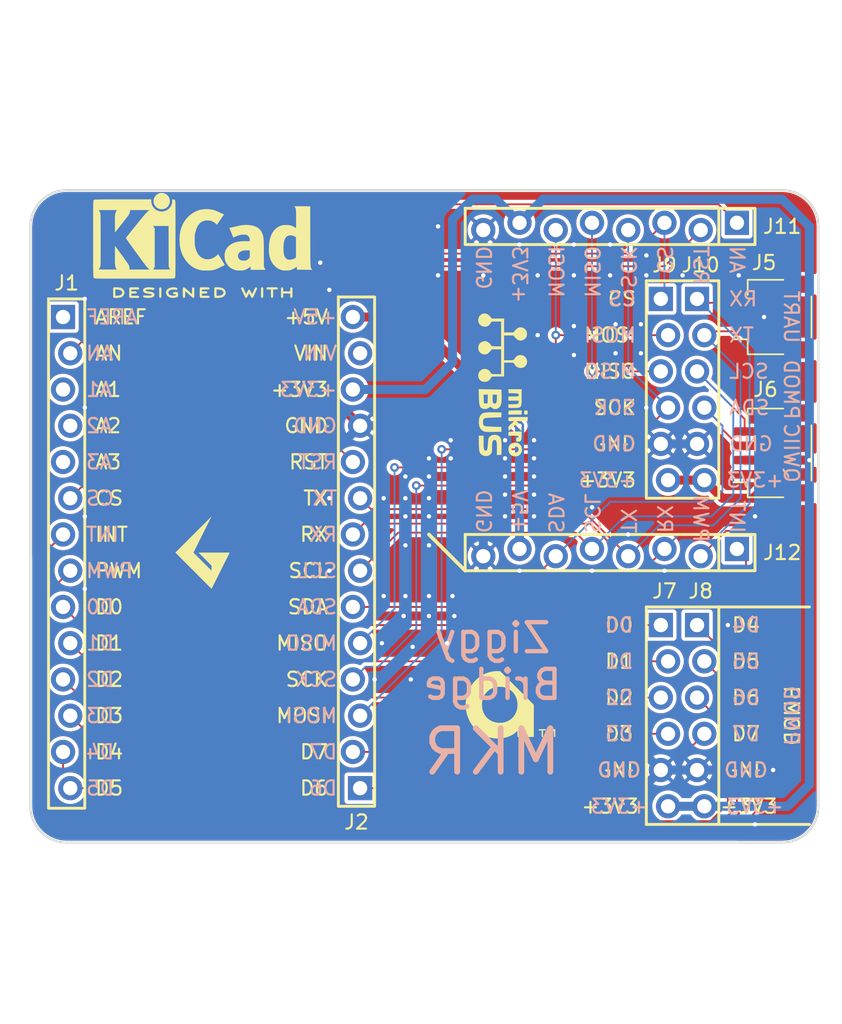
<source format=kicad_pcb>
(kicad_pcb (version 20241229) (generator "pcbnew") (generator_version "9.0")
  (title_block (title "MKR Shield") (date "2018-07-31") (rev "0.1") (company "Electronic Cats"))
  (layers (0 "F.Cu" signal "Top") (4 "In1.Cu" signal "LFSignals") (6 "In2.Cu" signal "POWER") (2 "B.Cu" signal "Bottom") (13 "F.Paste" user) (15 "B.Paste" user) (5 "F.SilkS" user "F.Silkscreen") (7 "B.SilkS" user "B.Silkscreen") (1 "F.Mask" user) (3 "B.Mask" user) (25 "Edge.Cuts" user))
  (net 0 "")
  (net 1 "GND")
  (net 2 "/A2")
  (net 3 "/CS")
  (net 4 "/D4")
  (net 5 "/A3")
  (net 6 "/AREF")
  (net 7 "/D2")
  (net 8 "/D3")
  (net 9 "/A1")
  (net 10 "/D5")
  (net 11 "/INT")
  (net 12 "/D0")
  (net 13 "/AN")
  (net 14 "/D1")
  (net 15 "/PWM")
  (net 16 "+5V")
  (net 17 "/MISO")
  (net 18 "/SCK")
  (net 19 "/SCL")
  (net 20 "/MOSI")
  (net 21 "/D7")
  (net 22 "/SDA")
  (net 23 "/D6")
  (net 24 "/RX")
  (net 25 "/VIN")
  (net 26 "+3V3")
  (net 27 "/TX")
  (net 28 "/RST")
  (footprint "custom:PinHeader_1x14_P2.54mm_Staggered" (layer "F.Cu") (at 129.54 97.79)
    (property "Reference" "J1" (at 0 -2.38 0) (layer "F.SilkS"))
    (property "Value" "Conn_01x14")
    (pad "1" thru_hole rect (at -0.254 0) (size 1.7 1.7) (drill 1) (layers "*.Cu" "*.Mask") (net 6 "/AREF"))
    (pad "2" thru_hole circle (at 0.254 2.54) (size 1.7 1.7) (drill 1) (layers "*.Cu" "*.Mask") (net 13 "/AN"))
    (pad "3" thru_hole circle (at -0.254 5.08) (size 1.7 1.7) (drill 1) (layers "*.Cu" "*.Mask") (net 9 "/A1"))
    (pad "4" thru_hole circle (at 0.254 7.62) (size 1.7 1.7) (drill 1) (layers "*.Cu" "*.Mask") (net 2 "/A2"))
    (pad "5" thru_hole circle (at -0.254 10.16) (size 1.7 1.7) (drill 1) (layers "*.Cu" "*.Mask") (net 5 "/A3"))
    (pad "6" thru_hole circle (at 0.254 12.7) (size 1.7 1.7) (drill 1) (layers "*.Cu" "*.Mask") (net 3 "/CS"))
    (pad "7" thru_hole circle (at -0.254 15.24) (size 1.7 1.7) (drill 1) (layers "*.Cu" "*.Mask") (net 11 "/INT"))
    (pad "8" thru_hole circle (at 0.254 17.78) (size 1.7 1.7) (drill 1) (layers "*.Cu" "*.Mask") (net 15 "/PWM"))
    (pad "9" thru_hole circle (at -0.254 20.32) (size 1.7 1.7) (drill 1) (layers "*.Cu" "*.Mask") (net 12 "/D0"))
    (pad "10" thru_hole circle (at 0.254 22.86) (size 1.7 1.7) (drill 1) (layers "*.Cu" "*.Mask") (net 14 "/D1"))
    (pad "11" thru_hole circle (at -0.254 25.4) (size 1.7 1.7) (drill 1) (layers "*.Cu" "*.Mask") (net 7 "/D2"))
    (pad "12" thru_hole circle (at 0.254 27.94) (size 1.7 1.7) (drill 1) (layers "*.Cu" "*.Mask") (net 8 "/D3"))
    (pad "13" thru_hole circle (at -0.254 30.48) (size 1.7 1.7) (drill 1) (layers "*.Cu" "*.Mask") (net 4 "/D4"))
    (pad "14" thru_hole circle (at 0.254 33.02) (size 1.7 1.7) (drill 1) (layers "*.Cu" "*.Mask") (net 10 "/D5"))
  )
  (footprint "custom:PinHeader_1x14_P2.54mm_Staggered" (layer "F.Cu") (at 149.86 130.81 180)
    (property "Reference" "J2" (at 0 -2.38 180) (layer "F.SilkS"))
    (property "Value" "Conn_01x14")
    (pad "1" thru_hole rect (at -0.254 0 180) (size 1.7 1.7) (drill 1) (layers "*.Cu" "*.Mask") (net 23 "/D6"))
    (pad "2" thru_hole circle (at 0.254 2.54 180) (size 1.7 1.7) (drill 1) (layers "*.Cu" "*.Mask") (net 21 "/D7"))
    (pad "3" thru_hole circle (at -0.254 5.08 180) (size 1.7 1.7) (drill 1) (layers "*.Cu" "*.Mask") (net 20 "/MOSI"))
    (pad "4" thru_hole circle (at 0.254 7.62 180) (size 1.7 1.7) (drill 1) (layers "*.Cu" "*.Mask") (net 18 "/SCK"))
    (pad "5" thru_hole circle (at -0.254 10.16 180) (size 1.7 1.7) (drill 1) (layers "*.Cu" "*.Mask") (net 17 "/MISO"))
    (pad "6" thru_hole circle (at 0.254 12.7 180) (size 1.7 1.7) (drill 1) (layers "*.Cu" "*.Mask") (net 22 "/SDA"))
    (pad "7" thru_hole circle (at -0.254 15.24 180) (size 1.7 1.7) (drill 1) (layers "*.Cu" "*.Mask") (net 19 "/SCL"))
    (pad "8" thru_hole circle (at 0.254 17.78 180) (size 1.7 1.7) (drill 1) (layers "*.Cu" "*.Mask") (net 24 "/RX"))
    (pad "9" thru_hole circle (at -0.254 20.32 180) (size 1.7 1.7) (drill 1) (layers "*.Cu" "*.Mask") (net 27 "/TX"))
    (pad "10" thru_hole circle (at 0.254 22.86 180) (size 1.7 1.7) (drill 1) (layers "*.Cu" "*.Mask") (net 28 "/RST"))
    (pad "11" thru_hole circle (at -0.254 25.4 180) (size 1.7 1.7) (drill 1) (layers "*.Cu" "*.Mask") (net 1 "GND"))
    (pad "12" thru_hole circle (at 0.254 27.94 180) (size 1.7 1.7) (drill 1) (layers "*.Cu" "*.Mask") (net 26 "+3V3"))
    (pad "13" thru_hole circle (at -0.254 30.48 180) (size 1.7 1.7) (drill 1) (layers "*.Cu" "*.Mask") (net 25 "/VIN"))
    (pad "14" thru_hole circle (at 0.254 33.02 180) (size 1.7 1.7) (drill 1) (layers "*.Cu" "*.Mask") (net 16 "+5V"))
  )
  (footprint "Symbol:KiCad-Logo2_6mm_SilkScreen" (layer "F.Cu") (at 139.065 92.075)
    (property "Reference" "REF**" (hide yes))
    (property "Value" "KiCad-Logo2_6mm_SilkScreen" (hide yes))
  )
  (footprint "custom:PinHeader_1x06_P2.54mm_Staggered" (layer "F.Cu") (at 173.99 96.52)
    (property "Reference" "J10" (at 0 -2.38 0) (layer "F.SilkS"))
    (property "Value" "Conn_01x06")
    (pad "1" thru_hole rect (at -0.254 0) (size 1.7 1.7) (drill 1) (layers "*.Cu" "*.Mask") (net 24 "/RX"))
    (pad "2" thru_hole circle (at 0.254 2.54) (size 1.7 1.7) (drill 1) (layers "*.Cu" "*.Mask") (net 27 "/TX"))
    (pad "3" thru_hole circle (at -0.254 5.08) (size 1.7 1.7) (drill 1) (layers "*.Cu" "*.Mask") (net 19 "/SCL"))
    (pad "4" thru_hole circle (at 0.254 7.62) (size 1.7 1.7) (drill 1) (layers "*.Cu" "*.Mask") (net 22 "/SDA"))
    (pad "5" thru_hole circle (at -0.254 10.16) (size 1.7 1.7) (drill 1) (layers "*.Cu" "*.Mask") (net 1 "GND"))
    (pad "6" thru_hole circle (at 0.254 12.7) (size 1.7 1.7) (drill 1) (layers "*.Cu" "*.Mask") (net 26 "+3V3"))
  )
  (footprint "Connector_JST:JST_SH_SM03B-SRSS-TB_1x03-1MP_P1.00mm_Horizontal" (layer "F.Cu") (at 179.07 97.79 90)
    (property "Reference" "J5" (at 3.81 -0.635 180) (layer "F.SilkS"))
    (property "Value" "Conn_01x03")
    (pad "1" smd roundrect (at -1 -2 90) (size 0.6 1.55) (layers "F.Cu" "F.Mask" "F.Paste") (net 27 "/TX"))
    (pad "2" smd roundrect (at 0 -2 90) (size 0.6 1.55) (layers "F.Cu" "F.Mask" "F.Paste") (net 1 "GND"))
    (pad "3" smd roundrect (at 1 -2 90) (size 0.6 1.55) (layers "F.Cu" "F.Mask" "F.Paste") (net 24 "/RX"))
    (pad "MP" smd roundrect (at -2.3 1.875 90) (size 1.2 1.8) (layers "F.Cu" "F.Mask" "F.Paste") (roundrect_rratio 0.208333))
    (pad "MP" smd roundrect (at 2.3 1.875 90) (size 1.2 1.8) (layers "F.Cu" "F.Mask" "F.Paste") (roundrect_rratio 0.208333))
  )
  (footprint "custom:mikrobus_logo" (layer "F.Cu") (at 160.02 102.87 -90)
    (property "Reference" "G***" (hide yes))
    (property "Value" "LOGO" (hide yes))
  )
  (footprint "custom:PinHeader_1x08_P2.54mm_Staggered" (layer "F.Cu") (at 176.53 91.44 -90)
    (property "Reference" "J11" (at 0 -3.175 0) (layer "F.SilkS"))
    (property "Value" "Conn_01x08")
    (pad "1" thru_hole rect (at -0.254 0 270) (size 1.7 1.7) (drill 1) (layers "*.Cu" "*.Mask") (net 13 "/AN"))
    (pad "2" thru_hole circle (at 0.254 2.54 270) (size 1.7 1.7) (drill 1) (layers "*.Cu" "*.Mask") (net 28 "/RST"))
    (pad "3" thru_hole circle (at -0.254 5.08 270) (size 1.7 1.7) (drill 1) (layers "*.Cu" "*.Mask") (net 3 "/CS"))
    (pad "4" thru_hole circle (at 0.254 7.62 270) (size 1.7 1.7) (drill 1) (layers "*.Cu" "*.Mask") (net 18 "/SCK"))
    (pad "5" thru_hole circle (at -0.254 10.16 270) (size 1.7 1.7) (drill 1) (layers "*.Cu" "*.Mask") (net 17 "/MISO"))
    (pad "6" thru_hole circle (at 0.254 12.7 270) (size 1.7 1.7) (drill 1) (layers "*.Cu" "*.Mask") (net 20 "/MOSI"))
    (pad "7" thru_hole circle (at -0.254 15.24 270) (size 1.7 1.7) (drill 1) (layers "*.Cu" "*.Mask") (net 26 "+3V3"))
    (pad "8" thru_hole circle (at 0.254 17.78 270) (size 1.7 1.7) (drill 1) (layers "*.Cu" "*.Mask") (net 1 "GND"))
  )
  (footprint "custom:PinHeader_1x06_P2.54mm_Staggered" (layer "F.Cu") (at 173.99 119.38)
    (property "Reference" "J8" (at 0 -2.38 0) (layer "F.SilkS"))
    (property "Value" "Conn_01x06")
    (pad "1" thru_hole rect (at -0.254 0) (size 1.7 1.7) (drill 1) (layers "*.Cu" "*.Mask") (net 4 "/D4"))
    (pad "2" thru_hole circle (at 0.254 2.54) (size 1.7 1.7) (drill 1) (layers "*.Cu" "*.Mask") (net 10 "/D5"))
    (pad "3" thru_hole circle (at -0.254 5.08) (size 1.7 1.7) (drill 1) (layers "*.Cu" "*.Mask") (net 23 "/D6"))
    (pad "4" thru_hole circle (at 0.254 7.62) (size 1.7 1.7) (drill 1) (layers "*.Cu" "*.Mask") (net 21 "/D7"))
    (pad "5" thru_hole circle (at -0.254 10.16) (size 1.7 1.7) (drill 1) (layers "*.Cu" "*.Mask") (net 1 "GND"))
    (pad "6" thru_hole circle (at 0.254 12.7) (size 1.7 1.7) (drill 1) (layers "*.Cu" "*.Mask") (net 26 "+3V3"))
  )
  (footprint "custom:a-logo" (layer "F.Cu") (at 160.655 124.968)
    (property "Reference" "G***" (hide yes))
    (property "Value" "LOGO" (hide yes))
    (pad "1" smd rect (at 1.065 -1.725) (size 1.146 1.146) (layers "F.Cu" "F.Mask") (net 1 "GND"))
  )
  (footprint "custom:PinHeader_1x06_P2.54mm_Staggered" (layer "F.Cu") (at 171.45 119.38)
    (property "Reference" "J7" (at 0 -2.38 0) (layer "F.SilkS"))
    (property "Value" "Conn_01x06")
    (pad "1" thru_hole rect (at -0.254 0) (size 1.7 1.7) (drill 1) (layers "*.Cu" "*.Mask") (net 12 "/D0"))
    (pad "2" thru_hole circle (at 0.254 2.54) (size 1.7 1.7) (drill 1) (layers "*.Cu" "*.Mask") (net 14 "/D1"))
    (pad "3" thru_hole circle (at -0.254 5.08) (size 1.7 1.7) (drill 1) (layers "*.Cu" "*.Mask") (net 7 "/D2"))
    (pad "4" thru_hole circle (at 0.254 7.62) (size 1.7 1.7) (drill 1) (layers "*.Cu" "*.Mask") (net 8 "/D3"))
    (pad "5" thru_hole circle (at -0.254 10.16) (size 1.7 1.7) (drill 1) (layers "*.Cu" "*.Mask") (net 1 "GND"))
    (pad "6" thru_hole circle (at 0.254 12.7) (size 1.7 1.7) (drill 1) (layers "*.Cu" "*.Mask") (net 26 "+3V3"))
  )
  (footprint "custom:PinHeader_1x08_P2.54mm_Staggered" (layer "F.Cu") (at 176.53 114.3 -90)
    (property "Reference" "J12" (at 0 -3.175 0) (layer "F.SilkS"))
    (property "Value" "Conn_01x08")
    (pad "1" thru_hole rect (at -0.254 0 270) (size 1.7 1.7) (drill 1) (layers "*.Cu" "*.Mask") (net 15 "/PWM"))
    (pad "2" thru_hole circle (at 0.254 2.54 270) (size 1.7 1.7) (drill 1) (layers "*.Cu" "*.Mask") (net 11 "/INT"))
    (pad "3" thru_hole circle (at -0.254 5.08 270) (size 1.7 1.7) (drill 1) (layers "*.Cu" "*.Mask") (net 24 "/RX"))
    (pad "4" thru_hole circle (at 0.254 7.62 270) (size 1.7 1.7) (drill 1) (layers "*.Cu" "*.Mask") (net 27 "/TX"))
    (pad "5" thru_hole circle (at -0.254 10.16 270) (size 1.7 1.7) (drill 1) (layers "*.Cu" "*.Mask") (net 19 "/SCL"))
    (pad "6" thru_hole circle (at 0.254 12.7 270) (size 1.7 1.7) (drill 1) (layers "*.Cu" "*.Mask") (net 22 "/SDA"))
    (pad "7" thru_hole circle (at -0.254 15.24 270) (size 1.7 1.7) (drill 1) (layers "*.Cu" "*.Mask") (net 16 "+5V"))
    (pad "8" thru_hole circle (at 0.254 17.78 270) (size 1.7 1.7) (drill 1) (layers "*.Cu" "*.Mask") (net 1 "GND"))
  )
  (footprint "custom:PinHeader_1x06_P2.54mm_Staggered" (layer "F.Cu") (at 171.45 96.52)
    (property "Reference" "J9" (at 0 -2.38 0) (layer "F.SilkS"))
    (property "Value" "Conn_01x06")
    (pad "1" thru_hole rect (at -0.254 0) (size 1.7 1.7) (drill 1) (layers "*.Cu" "*.Mask") (net 3 "/CS"))
    (pad "2" thru_hole circle (at 0.254 2.54) (size 1.7 1.7) (drill 1) (layers "*.Cu" "*.Mask") (net 20 "/MOSI"))
    (pad "3" thru_hole circle (at -0.254 5.08) (size 1.7 1.7) (drill 1) (layers "*.Cu" "*.Mask") (net 17 "/MISO"))
    (pad "4" thru_hole circle (at 0.254 7.62) (size 1.7 1.7) (drill 1) (layers "*.Cu" "*.Mask") (net 18 "/SCK"))
    (pad "5" thru_hole circle (at -0.254 10.16) (size 1.7 1.7) (drill 1) (layers "*.Cu" "*.Mask") (net 1 "GND"))
    (pad "6" thru_hole circle (at 0.254 12.7) (size 1.7 1.7) (drill 1) (layers "*.Cu" "*.Mask") (net 26 "+3V3"))
  )
  (footprint "Connector_JST:JST_SH_SM04B-SRSS-TB_1x04-1MP_P1.00mm_Horizontal" (layer "F.Cu") (at 179.07 107.315 90)
    (property "Reference" "J6" (at 4.445 -0.535 180) (layer "F.SilkS"))
    (property "Value" "Conn_01x04")
    (pad "1" smd roundrect (at -1.5 -2 90) (size 0.6 1.55) (layers "F.Cu" "F.Mask" "F.Paste") (net 1 "GND"))
    (pad "2" smd roundrect (at -0.5 -2 90) (size 0.6 1.55) (layers "F.Cu" "F.Mask" "F.Paste") (net 26 "+3V3"))
    (pad "3" smd roundrect (at 0.5 -2 90) (size 0.6 1.55) (layers "F.Cu" "F.Mask" "F.Paste") (net 22 "/SDA"))
    (pad "4" smd roundrect (at 1.5 -2 90) (size 0.6 1.55) (layers "F.Cu" "F.Mask" "F.Paste") (net 19 "/SCL"))
    (pad "MP" smd roundrect (at -2.8 1.875 90) (size 1.2 1.8) (layers "F.Cu" "F.Mask" "F.Paste") (roundrect_rratio 0.208333))
    (pad "MP" smd roundrect (at 2.8 1.875 90) (size 1.2 1.8) (layers "F.Cu" "F.Mask" "F.Paste") (roundrect_rratio 0.208333))
  )
  (footprint "custom:gs_logo_200mil" (layer "F.Cu") (at 139.7 114.3)
    (property "Reference" "GS1" (hide yes))
    (property "Value" "GS_logo" (hide yes))
    (pad "1" smd custom (at 0 0) (size 5.08 5.08) (layers "F.Cu") (options (clearance outline) (anchor circle)) (primitives))
  )
  (gr_rect (start 157.48 90.17) (end 177.8 92.71) (stroke (width 0.2032)) (fill no) (layer "F.SilkS"))
  (gr_line (start 170.18 110.49) (end 175.26 110.49) (stroke (width 0.2032)) (layer "F.SilkS"))
  (gr_line (start 170.18 110.49) (end 170.18 95.25) (stroke (width 0.2032)) (layer "F.SilkS"))
  (gr_line (start 170.18 118.11) (end 175.26 118.11) (stroke (width 0.2032)) (layer "F.SilkS"))
  (gr_line (start 175.26 90.17) (end 175.26 92.71) (stroke (width 0.2032)) (layer "F.SilkS"))
  (gr_line (start 175.26 118.11) (end 181.61 118.11) (stroke (width 0.2032)) (layer "F.SilkS"))
  (gr_line (start 175.26 133.35) (end 181.61 133.35) (stroke (width 0.2032)) (layer "F.SilkS"))
  (gr_line (start 175.26 113.03) (end 175.26 115.57) (stroke (width 0.2032)) (layer "F.SilkS"))
  (gr_rect (start 128.27 96.52) (end 130.81 132.216417) (stroke (width 0.2032)) (fill no) (layer "F.SilkS"))
  (gr_line (start 170.18 133.35) (end 170.18 118.11) (stroke (width 0.2032)) (layer "F.SilkS"))
  (gr_line (start 157.48 115.57) (end 154.94 113.03) (stroke (width 0.254)) (layer "F.SilkS"))
  (gr_line (start 170.18 95.25) (end 175.26 95.25) (stroke (width 0.2032)) (layer "F.SilkS"))
  (gr_rect (start 157.48 113.03) (end 177.8 115.57) (stroke (width 0.2032)) (fill no) (layer "F.SilkS"))
  (gr_line (start 175.26 133.35) (end 170.18 133.35) (stroke (width 0.2032)) (layer "F.SilkS"))
  (gr_line (start 175.26 118.11) (end 175.26 133.35) (stroke (width 0.2032)) (layer "F.SilkS"))
  (gr_line (start 175.26 95.25) (end 175.26 110.49) (stroke (width 0.2032)) (layer "F.SilkS"))
  (gr_rect (start 148.59 96.383583) (end 151.13 132.08) (stroke (width 0.2032)) (fill no) (layer "F.SilkS"))
  (gr_line (start 129.54 88.9) (end 179.705 88.9) (stroke (width 0.15)) (layer "Edge.Cuts"))
  (gr_arc (start 129.54 134.62) (mid 127.743949 133.876051) (end 127 132.08) (stroke (width 0.15)) (layer "Edge.Cuts"))
  (gr_line (start 179.705 134.62) (end 129.54 134.62) (stroke (width 0.15)) (layer "Edge.Cuts"))
  (gr_arc (start 127 91.44) (mid 127.743949 89.643949) (end 129.54 88.9) (stroke (width 0.15)) (layer "Edge.Cuts"))
  (gr_line (start 127 132.08) (end 127 91.44) (stroke (width 0.15)) (layer "Edge.Cuts"))
  (gr_line (start 182.245 91.44) (end 182.245 132.08) (stroke (width 0.15)) (layer "Edge.Cuts"))
  (gr_arc (start 179.705 88.9) (mid 181.501051 89.643949) (end 182.245 91.44) (stroke (width 0.15)) (layer "Edge.Cuts"))
  (gr_arc (start 182.245 132.08) (mid 181.501051 133.876051) (end 179.705 134.62) (stroke (width 0.15)) (layer "Edge.Cuts"))
  (gr_text "MOSI" (at 147.955 125.73 0) (layer "F.SilkS") (effects (font (size 1 1)) (justify right)))
  (gr_text "GND" (at 169.545 106.68 0) (layer "F.SilkS") (effects (font (size 1 1)) (justify right)))
  (gr_text "D0" (at 131.445 118.11 0) (layer "F.SilkS") (effects (font (size 1 1)) (justify left)))
  (gr_text "D1" (at 131.445 120.65 0) (layer "F.SilkS") (effects (font (size 1 1)) (justify left)))
  (gr_text "RST" (at 147.955 107.95 0) (layer "F.SilkS") (effects (font (size 1 1)) (justify right)))
  (gr_text "+3V3" (at 147.955 102.87 0) (layer "F.SilkS") (effects (font (size 1 1)) (justify right)))
  (gr_text "PWM" (at 131.445 115.57 0) (layer "F.SilkS") (effects (font (size 1 1)) (justify left)))
  (gr_text "AREF" (at 131.445 97.79 0) (layer "F.SilkS") (effects (font (size 1 1)) (justify left)))
  (gr_text "D7" (at 177.165 127 0) (layer "F.SilkS") (effects (font (size 1 1))))
  (gr_text "D2" (at 131.445 123.19 0) (layer "F.SilkS") (effects (font (size 1 1)) (justify left)))
  (gr_text "+5V" (at 147.955 97.79 0) (layer "F.SilkS") (effects (font (size 1 1)) (justify right)))
  (gr_text "D2" (at 168.275 124.46 0) (layer "F.SilkS") (effects (font (size 1 1))))
  (gr_text "A2" (at 131.445 105.41 0) (layer "F.SilkS") (effects (font (size 1 1)) (justify left)))
  (gr_text "MISO" (at 147.955 120.65 0) (layer "F.SilkS") (effects (font (size 1 1)) (justify right)))
  (gr_text "SCK" (at 169.545 104.14 0) (layer "F.SilkS") (effects (font (size 1 1)) (justify right)))
  (gr_text "SCL" (at 147.955 115.57 0) (layer "F.SilkS") (effects (font (size 1 1)) (justify right)))
  (gr_text "CS" (at 169.545 96.52 0) (layer "F.SilkS") (effects (font (size 1 1)) (justify right)))
  (gr_text "GND" (at 168.275 129.54 0) (layer "F.SilkS") (effects (font (size 1 1))))
  (gr_text "D6" (at 177.165 124.46 0) (layer "F.SilkS") (effects (font (size 1 1))))
  (gr_text "VIN" (at 147.955 100.33 0) (layer "F.SilkS") (effects (font (size 1 1)) (justify right)))
  (gr_text "PMOD" (at 180.34 125.73 -90) (layer "F.SilkS") (effects (font (size 1 1))))
  (gr_text "D0" (at 168.275 119.38 0) (layer "F.SilkS") (effects (font (size 1 1))))
  (gr_text "GND" (at 177.165 129.54 0) (layer "F.SilkS") (effects (font (size 1 1))))
  (gr_text "RX" (at 147.955 113.03 0) (layer "F.SilkS") (effects (font (size 1 1)) (justify right)))
  (gr_text "INT" (at 131.445 113.03 0) (layer "F.SilkS") (effects (font (size 1 1)) (justify left)))
  (gr_text "+3V3" (at 175.26 132.08 0) (layer "F.SilkS") (effects (font (size 1 1)) (justify left)))
  (gr_text "D5" (at 131.445 130.81 0) (layer "F.SilkS") (effects (font (size 1 1)) (justify left)))
  (gr_text "D5" (at 177.165 121.92 0) (layer "F.SilkS") (effects (font (size 1 1))))
  (gr_text "MOSI" (at 169.545 99.06 0) (layer "F.SilkS") (effects (font (size 1 1)) (justify right)))
  (gr_text "D4" (at 177.165 119.38 0) (layer "F.SilkS") (effects (font (size 1 1))))
  (gr_text "D4" (at 131.445 128.27 0) (layer "F.SilkS") (effects (font (size 1 1)) (justify left)))
  (gr_text "D6" (at 147.955 130.81 0) (layer "F.SilkS") (effects (font (size 1 1)) (justify right)))
  (gr_text "CS" (at 131.445 110.49 0) (layer "F.SilkS") (effects (font (size 1 1)) (justify left)))
  (gr_text "D3" (at 168.275 127 0) (layer "F.SilkS") (effects (font (size 1 1))))
  (gr_text "D7" (at 147.955 128.27 0) (layer "F.SilkS") (effects (font (size 1 1)) (justify right)))
  (gr_text "+3V3" (at 169.545 109.22 0) (layer "F.SilkS") (effects (font (size 1 1)) (justify right)))
  (gr_text "SDA" (at 147.955 118.11 0) (layer "F.SilkS") (effects (font (size 1 1)) (justify right)))
  (gr_text "A1" (at 131.445 102.87 0) (layer "F.SilkS") (effects (font (size 1 1)) (justify left)))
  (gr_text "MISO" (at 169.545 101.6 0) (layer "F.SilkS") (effects (font (size 1 1)) (justify right)))
  (gr_text "A3" (at 131.445 107.95 0) (layer "F.SilkS") (effects (font (size 1 1)) (justify left)))
  (gr_text "AN" (at 131.445 100.33 0) (layer "F.SilkS") (effects (font (size 1 1)) (justify left)))
  (gr_text "TX" (at 147.955 110.49 0) (layer "F.SilkS") (effects (font (size 1 1)) (justify right)))
  (gr_text "GND" (at 147.955 105.41 0) (layer "F.SilkS") (effects (font (size 1 1)) (justify right)))
  (gr_text "+3V3" (at 167.64 132.08 0) (layer "F.SilkS") (effects (font (size 1 1))))
  (gr_text "SCK" (at 147.955 123.19 0) (layer "F.SilkS") (effects (font (size 1 1)) (justify right)))
  (gr_text "D3" (at 131.445 125.73 0) (layer "F.SilkS") (effects (font (size 1 1)) (justify left)))
  (gr_text "D1" (at 168.275 121.92 0) (layer "F.SilkS") (effects (font (size 1 1))))
  (gr_text "RST" (at 173.99 92.71 270) (layer "B.SilkS") (effects (font (size 1 1)) (justify right mirror)))
  (gr_text "SCL" (at 166.37 113.03 270) (layer "B.SilkS") (effects (font (size 1 1)) (justify left mirror)))
  (gr_text "RX" (at 171.45 113.03 270) (layer "B.SilkS") (effects (font (size 1 1)) (justify left mirror)))
  (gr_text "MISO" (at 148.59 120.65 0) (layer "B.SilkS") (effects (font (size 1 1)) (justify left mirror)))
  (gr_text "+3V3" (at 177.8 109.22 0) (layer "B.SilkS") (effects (font (size 1 1)) (justify mirror)))
  (gr_text "PWM" (at 173.99 113.665 270) (layer "B.SilkS") (effects (font (size 1 1)) (justify left mirror)))
  (gr_text "GND" (at 169.545 106.68 0) (layer "B.SilkS") (effects (font (size 1 1)) (justify left mirror)))
  (gr_text "D5" (at 130.81 130.81 0) (layer "B.SilkS") (effects (font (size 1 1)) (justify right mirror)))
  (gr_text "GND" (at 168.275 129.54 0) (layer "B.SilkS") (effects (font (size 1 1)) (justify mirror)))
  (gr_text "INT" (at 176.53 113.03 270) (layer "B.SilkS") (effects (font (size 1 1)) (justify left mirror)))
  (gr_text "RX" (at 148.59 113.03 0) (layer "B.SilkS") (effects (font (size 1 1)) (justify left mirror)))
  (gr_text "+5V" (at 148.59 97.79 0) (layer "B.SilkS") (effects (font (size 1 1)) (justify left mirror)))
  (gr_text "MISO" (at 169.545 101.6 0) (layer "B.SilkS") (effects (font (size 1 1)) (justify left mirror)))
  (gr_text "A2" (at 130.81 105.41 0) (layer "B.SilkS") (effects (font (size 1 1)) (justify right mirror)))
  (gr_text "SCL" (at 148.59 115.57 0) (layer "B.SilkS") (effects (font (size 1 1)) (justify left mirror)))
  (gr_text "RX" (at 175.895 96.52 0) (layer "B.SilkS") (effects (font (size 1 1)) (justify right mirror)))
  (gr_text "VIN" (at 148.59 100.33 0) (layer "B.SilkS") (effects (font (size 1 1)) (justify left mirror)))
  (gr_text "A1" (at 130.81 102.87 0) (layer "B.SilkS") (effects (font (size 1 1)) (justify right mirror)))
  (gr_text "+5V" (at 161.29 113.03 270) (layer "B.SilkS") (effects (font (size 1 1)) (justify left mirror)))
  (gr_text "MKR" (at 159.385 128.27 0) (layer "B.SilkS") (effects (font (size 3.048 3.048) (thickness 0.4064) (bold yes)) (justify mirror)))
  (gr_text "D7" (at 148.59 128.27 0) (layer "B.SilkS") (effects (font (size 1 1)) (justify left mirror)))
  (gr_text "+3V3" (at 168.275 132.08 0) (layer "B.SilkS") (effects (font (size 1 1)) (justify mirror)))
  (gr_text "UART" (at 180.34 97.79 270) (layer "B.SilkS") (effects (font (size 1 1)) (justify mirror)))
  (gr_text "D4" (at 177.165 119.38 0) (layer "B.SilkS") (effects (font (size 1 1)) (justify mirror)))
  (gr_text "GND" (at 175.895 106.68 0) (layer "B.SilkS") (effects (font (size 1 1)) (justify right mirror)))
  (gr_text "D3" (at 168.275 127 0) (layer "B.SilkS") (effects (font (size 1 1)) (justify mirror)))
  (gr_text "PMOD" (at 180.34 102.87 270) (layer "B.SilkS") (effects (font (size 1 1)) (justify mirror)))
  (gr_text "SCL" (at 175.895 101.6 0) (layer "B.SilkS") (effects (font (size 1 1)) (justify right mirror)))
  (gr_text "AN" (at 176.53 92.71 270) (layer "B.SilkS") (effects (font (size 1 1)) (justify right mirror)))
  (gr_text "TX" (at 168.91 113.03 270) (layer "B.SilkS") (effects (font (size 1 1)) (justify left mirror)))
  (gr_text "D0" (at 130.81 118.11 0) (layer "B.SilkS") (effects (font (size 1 1)) (justify right mirror)))
  (gr_text "CS" (at 171.45 92.71 270) (layer "B.SilkS") (effects (font (size 1 1)) (justify right mirror)))
  (gr_text "D6" (at 177.165 124.46 0) (layer "B.SilkS") (effects (font (size 1 1)) (justify mirror)))
  (gr_text "A3" (at 130.81 107.95 0) (layer "B.SilkS") (effects (font (size 1 1)) (justify right mirror)))
  (gr_text "D1" (at 168.275 121.92 0) (layer "B.SilkS") (effects (font (size 1 1)) (justify mirror)))
  (gr_text "CS" (at 130.81 110.49 0) (layer "B.SilkS") (effects (font (size 1 1)) (justify right mirror)))
  (gr_text "GND" (at 177.165 129.54 0) (layer "B.SilkS") (effects (font (size 1 1)) (justify mirror)))
  (gr_text "+3V3" (at 177.8 132.08 0) (layer "B.SilkS") (effects (font (size 1 1)) (justify mirror)))
  (gr_text "D4" (at 130.81 128.27 0) (layer "B.SilkS") (effects (font (size 1 1)) (justify right mirror)))
  (gr_text "PMOD" (at 180.34 125.73 270) (layer "B.SilkS") (effects (font (size 1 1)) (justify mirror)))
  (gr_text "D7" (at 177.165 127 0) (layer "B.SilkS") (effects (font (size 1 1)) (justify mirror)))
  (gr_text "PWM" (at 130.81 115.57 0) (layer "B.SilkS") (effects (font (size 1 1)) (justify right mirror)))
  (gr_text "GND" (at 148.59 105.41 0) (layer "B.SilkS") (effects (font (size 1 1)) (justify left mirror)))
  (gr_text "RST" (at 148.59 107.95 0) (layer "B.SilkS") (effects (font (size 1 1)) (justify left mirror)))
  (gr_text "D2" (at 130.81 123.19 0) (layer "B.SilkS") (effects (font (size 1 1)) (justify right mirror)))
  (gr_text "AREF" (at 130.81 97.79 0) (layer "B.SilkS") (effects (font (size 1 1)) (justify right mirror)))
  (gr_text "MISO" (at 166.37 92.71 270) (layer "B.SilkS") (effects (font (size 1 1)) (justify right mirror)))
  (gr_text "SDA" (at 148.59 118.11 0) (layer "B.SilkS") (effects (font (size 1 1)) (justify left mirror)))
  (gr_text "SCK" (at 148.59 123.19 0) (layer "B.SilkS") (effects (font (size 1 1)) (justify left mirror)))
  (gr_text "D0" (at 168.275 119.38 0) (layer "B.SilkS") (effects (font (size 1 1)) (justify mirror)))
  (gr_text "TX" (at 148.59 110.49 0) (layer "B.SilkS") (effects (font (size 1 1)) (justify left mirror)))
  (gr_text "GND" (at 158.75 113.03 270) (layer "B.SilkS") (effects (font (size 1 1)) (justify left mirror)))
  (gr_text "SCK" (at 169.545 104.14 0) (layer "B.SilkS") (effects (font (size 1 1)) (justify left mirror)))
  (gr_text "D3" (at 130.81 125.73 0) (layer "B.SilkS") (effects (font (size 1 1)) (justify right mirror)))
  (gr_text "D2" (at 168.275 124.46 0) (layer "B.SilkS") (effects (font (size 1 1)) (justify mirror)))
  (gr_text "+3V3" (at 148.59 102.87 0) (layer "B.SilkS") (effects (font (size 1 1)) (justify left mirror)))
  (gr_text "MOSI" (at 169.545 99.06 0) (layer "B.SilkS") (effects (font (size 1 1)) (justify left mirror)))
  (gr_text "INT" (at 130.81 113.03 0) (layer "B.SilkS") (effects (font (size 1 1)) (justify right mirror)))
  (gr_text "+3V3" (at 169.545 109.22 0) (layer "B.SilkS") (effects (font (size 1 1)) (justify left mirror)))
  (gr_text "CS" (at 169.545 96.52 0) (layer "B.SilkS") (effects (font (size 1 1)) (justify left mirror)))
  (gr_text "SDA" (at 175.895 104.14 0) (layer "B.SilkS") (effects (font (size 1 1)) (justify right mirror)))
  (gr_text "SDA" (at 163.83 113.03 270) (layer "B.SilkS") (effects (font (size 1 1)) (justify left mirror)))
  (gr_text "Ziggy\nBridge" (at 159.385 121.92 0) (layer "B.SilkS") (effects (font (size 2.032 2.032) (thickness 0.3048)) (justify mirror)))
  (gr_text "AN" (at 130.81 100.33 0) (layer "B.SilkS") (effects (font (size 1 1)) (justify right mirror)))
  (gr_text "TX" (at 175.895 99.06 0) (layer "B.SilkS") (effects (font (size 1 1)) (justify right mirror)))
  (gr_text "MOSI" (at 163.83 92.71 270) (layer "B.SilkS") (effects (font (size 1 1)) (justify right mirror)))
  (gr_text "+3V3" (at 161.29 92.71 270) (layer "B.SilkS") (effects (font (size 1 1)) (justify right mirror)))
  (gr_text "D1" (at 130.81 120.65 0) (layer "B.SilkS") (effects (font (size 1 1)) (justify right mirror)))
  (gr_text "D6" (at 148.59 130.81 0) (layer "B.SilkS") (effects (font (size 1 1)) (justify left mirror)))
  (gr_text "GND" (at 158.75 92.71 270) (layer "B.SilkS") (effects (font (size 1 1)) (justify right mirror)))
  (gr_text "QWIIC" (at 180.34 107.315 270) (layer "B.SilkS") (effects (font (size 1 1)) (justify mirror)))
  (gr_text "MOSI" (at 148.59 125.73 0) (layer "B.SilkS") (effects (font (size 1 1)) (justify left mirror)))
  (gr_text "SCK" (at 168.91 92.71 270) (layer "B.SilkS") (effects (font (size 1 1)) (justify right mirror)))
  (gr_text "D5" (at 177.165 121.92 0) (layer "B.SilkS") (effects (font (size 1 1)) (justify mirror)))
  (segment (start 172.72 94.869) (end 176.657 94.869) (width 0.635) (layer "F.Cu") (net 1))
  (segment (start 178.435 97.79) (end 177.07 97.79) (width 0.635) (layer "F.Cu") (net 1))
  (segment (start 179.07 132.08) (end 177.8 133.35) (width 0.635) (layer "F.Cu") (net 1))
  (segment (start 177.07 97.79) (end 173.716647 97.79) (width 0.254) (layer "F.Cu") (net 1))
  (segment (start 162.56 94.869) (end 165.1 94.869) (width 0.635) (layer "F.Cu") (net 1))
  (segment (start 179.07 129.54) (end 179.07 132.08) (width 0.635) (layer "F.Cu") (net 1))
  (segment (start 172.974 100.076) (end 172.466 100.584) (width 0.254) (layer "F.Cu") (net 1))
  (segment (start 172.466 102.616) (end 172.974 103.124) (width 0.254) (layer "F.Cu") (net 1))
  (segment (start 172.974 98.532647) (end 172.974 100.076) (width 0.254) (layer "F.Cu") (net 1))
  (segment (start 155.575 94.869) (end 158.75 94.869) (width 0.635) (layer "F.Cu") (net 1))
  (segment (start 172.466 100.584) (end 172.466 102.616) (width 0.254) (layer "F.Cu") (net 1))
  (segment (start 173.716647 97.79) (end 172.974 98.532647) (width 0.254) (layer "F.Cu") (net 1))
  (segment (start 172.974 105.918) (end 173.736 106.68) (width 0.254) (layer "F.Cu") (net 1))
  (segment (start 150.114 105.41) (end 147.955 103.251) (width 0.635) (layer "F.Cu") (net 1))
  (segment (start 158.75 94.869) (end 162.56 94.869) (width 0.635) (layer "F.Cu") (net 1))
  (segment (start 149.987 94.869) (end 155.575 94.869) (width 0.635) (layer "F.Cu") (net 1))
  (segment (start 177.8 94.869) (end 178.816 95.885) (width 0.635) (layer "F.Cu") (net 1))
  (segment (start 172.974 103.124) (end 172.974 105.918) (width 0.254) (layer "F.Cu") (net 1))
  (segment (start 167.64 94.869) (end 170.18 94.869) (width 0.635) (layer "F.Cu") (net 1))
  (segment (start 165.1 94.869) (end 167.64 94.869) (width 0.635) (layer "F.Cu") (net 1))
  (segment (start 178.816 95.885) (end 178.816 97.409) (width 0.635) (layer "F.Cu") (net 1))
  (segment (start 178.816 97.409) (end 178.435 97.79) (width 0.635) (layer "F.Cu") (net 1))
  (segment (start 175.871 108.815) (end 177.07 108.815) (width 0.254) (layer "F.Cu") (net 1))
  (segment (start 147.955 103.251) (end 147.955 96.901) (width 0.635) (layer "F.Cu") (net 1))
  (segment (start 173.736 106.68) (end 175.871 108.815) (width 0.254) (layer "F.Cu") (net 1))
  (segment (start 170.18 94.869) (end 172.72 94.869) (width 0.635) (layer "F.Cu") (net 1))
  (segment (start 176.657 94.869) (end 177.8 94.869) (width 0.635) (layer "F.Cu") (net 1))
  (segment (start 147.955 96.901) (end 149.987 94.869) (width 0.635) (layer "F.Cu") (net 1))
  (via (at 156.21 120.65) (size 0.6096) (drill 0.3048) (layers "F.Cu" "B.Cu") (net 1))
  (via (at 165.1 100.457) (size 0.6096) (drill 0.3048) (layers "F.Cu" "B.Cu") (net 1))
  (via (at 160.274 106.426) (size 0.6096) (drill 0.3048) (layers "F.Cu" "B.Cu") (net 1))
  (via (at 162.306 108.966) (size 0.6096) (drill 0.3048) (layers "F.Cu" "B.Cu") (net 1))
  (via (at 156.464 106.426) (size 0.6096) (drill 0.3048) (layers "F.Cu" "B.Cu") (net 1))
  (via (at 158.75 94.869) (size 0.6096) (drill 0.3048) (layers "F.Cu" "B.Cu") (net 1))
  (via (at 154.94 111.76) (size 0.6096) (drill 0.3048) (layers "F.Cu" "B.Cu") (net 1))
  (via (at 161.29 115.57) (size 0.6096) (drill 0.3048) (layers "F.Cu" "B.Cu") (net 1))
  (via (at 167.64 92.71) (size 0.6096) (drill 0.3048) (layers "F.Cu" "B.Cu") (net 1))
  (via (at 172.72 94.869) (size 0.6096) (drill 0.3048) (layers "F.Cu" "B.Cu") (net 1))
  (via (at 166.37 111.125) (size 0.6096) (drill 0.3048) (layers "F.Cu" "B.Cu") (net 1))
  (via (at 162.306 110.236) (size 0.6096) (drill 0.3048) (layers "F.Cu" "B.Cu") (net 1))
  (via (at 151.765 110.49) (size 0.6096) (drill 0.3048) (layers "F.Cu" "B.Cu") (net 1))
  (via (at 160.274 107.696) (size 0.6096) (drill 0.3048) (layers "F.Cu" "B.Cu") (net 1))
  (via (at 168.91 113.03) (size 0.6096) (drill 0.3048) (layers "F.Cu" "B.Cu") (net 1))
  (via (at 154.94 107.696) (size 0.6096) (drill 0.3048) (layers "F.Cu" "B.Cu") (net 1))
  (via (at 154.94 118.745) (size 0.6096) (drill 0.3048) (layers "F.Cu" "B.Cu") (net 1))
  (via (at 177.8 133.35) (size 0.6096) (drill 0.3048) (layers "F.Cu" "B.Cu") (net 1))
  (via (at 153.289 110.49) (size 0.6096) (drill 0.3048) (layers "F.Cu" "B.Cu") (net 1))
  (via (at 176.657 94.869) (size 0.6096) (drill 0.3048) (layers "F.Cu" "B.Cu") (net 1))
  (via (at 147.955 110.49) (size 0.6096) (drill 0.3048) (layers "F.Cu" "B.Cu") (net 1))
  (via (at 161.29 92.71) (size 0.6096) (drill 0.3048) (layers "F.Cu" "B.Cu") (net 1))
  (via (at 162.306 107.696) (size 0.6096) (drill 0.3048) (layers "F.Cu" "B.Cu") (net 1))
  (via (at 156.718 118.745) (size 0.6096) (drill 0.3048) (layers "F.Cu" "B.Cu") (net 1))
  (via (at 130.81 111.76) (size 0.6096) (drill 0.3048) (layers "F.Cu" "B.Cu") (net 1))
  (via (at 167.64 94.869) (size 0.6096) (drill 0.3048) (layers "F.Cu" "B.Cu") (net 1))
  (via (at 165.1 94.869) (size 0.6096) (drill 0.3048) (layers "F.Cu" "B.Cu") (net 1))
  (via (at 147.955 95.885) (size 0.6096) (drill 0.3048) (layers "F.Cu" "B.Cu") (net 1))
  (via (at 154.94 117.348) (size 0.6096) (drill 0.3048) (layers "F.Cu" "B.Cu") (net 1))
  (via (at 153.162 118.745) (size 0.6096) (drill 0.3048) (layers "F.Cu" "B.Cu") (net 1))
  (via (at 168.021 100.33) (size 0.6096) (drill 0.3048) (layers "F.Cu" "B.Cu") (net 1))
  (via (at 153.289 111.76) (size 0.6096) (drill 0.3048) (layers "F.Cu" "B.Cu") (net 1))
  (via (at 151.765 117.348) (size 0.6096) (drill 0.3048) (layers "F.Cu" "B.Cu") (net 1))
  (via (at 130.81 116.84) (size 0.6096) (drill 0.3048) (layers "F.Cu" "B.Cu") (net 1))
  (via (at 165.1 98.425) (size 0.6096) (drill 0.3048) (layers "F.Cu" "B.Cu") (net 1))
  (via (at 153.289 108.966) (size 0.6096) (drill 0.3048) (layers "F.Cu" "B.Cu") (net 1))
  (via (at 169.799 100.33) (size 0.6096) (drill 0.3048) (layers "F.Cu" "B.Cu") (net 1))
  (via (at 130.81 96.52) (size 0.6096) (drill 0.3048) (layers "F.Cu" "B.Cu") (net 1))
  (via (at 178.435 97.79) (size 0.6096) (drill 0.3048) (layers "F.Cu" "B.Cu") (net 1))
  (via (at 151.638 120.65) (size 0.6096) (drill 0.3048) (layers "F.Cu" "B.Cu") (net 1))
  (via (at 154.94 110.49) (size 0.6096) (drill 0.3048) (layers "F.Cu" "B.Cu") (net 1))
  (via (at 155.575 94.869) (size 0.6096) (drill 0.3048) (layers "F.Cu" "B.Cu") (net 1))
  (via (at 170.18 104.14) (size 0.6096) (drill 0.3048) (layers "F.Cu" "B.Cu") (net 1))
  (via (at 154.94 108.966) (size 0.6096) (drill 0.3048) (layers "F.Cu" "B.Cu") (net 1))
  (via (at 177.8 111.76) (size 0.6096) (drill 0.3048) (layers "F.Cu" "B.Cu") (net 1))
  (via (at 165.1 92.71) (size 0.6096) (drill 0.3048) (layers "F.Cu" "B.Cu") (net 1))
  (via (at 168.021 98.298) (size 0.6096) (drill 0.3048) (layers "F.Cu" "B.Cu") (net 1))
  (via (at 153.289 113.792) (size 0.6096) (drill 0.3048) (layers "F.Cu" "B.Cu") (net 1))
  (via (at 156.591 117.348) (size 0.6096) (drill 0.3048) (layers "F.Cu" "B.Cu") (net 1))
  (via (at 170.18 93.472) (size 0.6096) (drill 0.3048) (layers "F.Cu" "B.Cu") (net 1))
  (via (at 153.67 123.19) (size 0.6096) (drill 0.3048) (layers "F.Cu" "B.Cu") (net 1))
  (via (at 179.07 129.54) (size 0.6096) (drill 0.3048) (layers "F.Cu" "B.Cu") (net 1))
  (via (at 166.37 115.57) (size 0.6096) (drill 0.3048) (layers "F.Cu" "B.Cu") (net 1))
  (via (at 162.56 94.869) (size 0.6096) (drill 0.3048) (layers "F.Cu" "B.Cu") (net 1))
  (via (at 130.81 104.14) (size 0.6096) (drill 0.3048) (layers "F.Cu" "B.Cu") (net 1))
  (via (at 162.56 99.06) (size 0.6096) (drill 0.3048) (layers "F.Cu" "B.Cu") (net 1))
  (via (at 160.274 111.76) (size 0.6096) (drill 0.3048) (layers "F.Cu" "B.Cu") (net 1))
  (via (at 153.289 117.348) (size 0.6096) (drill 0.3048) (layers "F.Cu" "B.Cu") (net 1))
  (via (at 170.18 94.869) (size 0.6096) (drill 0.3048) (layers "F.Cu" "B.Cu") (net 1))
  (via (at 162.306 106.426) (size 0.6096) (drill 0.3048) (layers "F.Cu" "B.Cu") (net 1))
  (via (at 155.575 91.44) (size 0.6096) (drill 0.3048) (layers "F.Cu" "B.Cu") (net 1))
  (via (at 147.955 115.57) (size 0.6096) (drill 0.3048) (layers "F.Cu" "B.Cu") (net 1))
  (via (at 156.464 107.696) (size 0.6096) (drill 0.3048) (layers "F.Cu" "B.Cu") (net 1))
  (via (at 162.306 111.76) (size 0.6096) (drill 0.3048) (layers "F.Cu" "B.Cu") (net 1))
  (via (at 175.895 119.38) (size 0.6096) (drill 0.3048) (layers "F.Cu" "B.Cu") (net 1))
  (via (at 160.274 110.236) (size 0.6096) (drill 0.3048) (layers "F.Cu" "B.Cu") (net 1))
  (via (at 154.94 113.792) (size 0.6096) (drill 0.3048) (layers "F.Cu" "B.Cu") (net 1))
  (via (at 151.13 123.19) (size 0.6096) (drill 0.3048) (layers "F.Cu" "B.Cu") (net 1))
  (via (at 160.274 108.966) (size 0.6096) (drill 0.3048) (layers "F.Cu" "B.Cu") (net 1))
  (via (at 171.45 115.57) (size 0.6096) (drill 0.3048) (layers "F.Cu" "B.Cu") (net 1))
  (via (at 169.799 98.298) (size 0.6096) (drill 0.3048) (layers "F.Cu" "B.Cu") (net 1))
  (via (at 147.32 93.98) (size 0.6096) (drill 0.3048) (layers "F.Cu" "B.Cu") (net 1))
  (via (at 153.797 120.904) (size 0.6096) (drill 0.3048) (layers "F.Cu" "B.Cu") (net 1))
  (segment (start 177.8 133.35) (end 177.165 133.985) (width 0.635) (layer "B.Cu") (net 1))
  (segment (start 147.955 110.49) (end 147.955 115.57) (width 0.635) (layer "B.Cu") (net 1))
  (segment (start 158.75 91.694) (end 158.75 103.886) (width 0.635) (layer "B.Cu") (net 1))
  (segment (start 147.955 115.57) (end 147.955 132.08) (width 0.635) (layer "B.Cu") (net 1))
  (segment (start 147.955 132.08) (end 148.59 132.715) (width 0.635) (layer "B.Cu") (net 1))
  (segment (start 147.955 107.569) (end 147.955 110.49) (width 0.635) (layer "B.Cu") (net 1))
  (segment (start 158.75 103.505) (end 158.75 104.775) (width 0.635) (layer "B.Cu") (net 1))
  (segment (start 168.021 132.715) (end 171.196 129.54) (width 0.635) (layer "B.Cu") (net 1))
  (segment (start 158.75 106.68) (end 158.75 114.554) (width 0.635) (layer "B.Cu") (net 1))
  (segment (start 173.736 129.54) (end 171.196 129.54) (width 0.635) (layer "B.Cu") (net 1))
  (segment (start 150.114 105.41) (end 147.955 107.569) (width 0.635) (layer "B.Cu") (net 1))
  (segment (start 173.736 129.54) (end 179.07 129.54) (width 0.635) (layer "B.Cu") (net 1))
  (segment (start 177.165 133.985) (end 169.291 133.985) (width 0.635) (layer "B.Cu") (net 1))
  (segment (start 158.75 104.775) (end 158.75 105.41) (width 0.635) (layer "B.Cu") (net 1))
  (segment (start 158.75 105.41) (end 158.75 106.68) (width 0.635) (layer "B.Cu") (net 1))
  (segment (start 160.909 103.505) (end 158.75 103.505) (width 0.635) (layer "B.Cu") (net 1))
  (segment (start 164.084 106.68) (end 160.909 103.505) (width 0.635) (layer "B.Cu") (net 1))
  (segment (start 158.75 117.094) (end 171.196 129.54) (width 0.635) (layer "B.Cu") (net 1))
  (segment (start 169.291 133.985) (end 168.021 132.715) (width 0.635) (layer "B.Cu") (net 1))
  (segment (start 173.736 106.68) (end 164.084 106.68) (width 0.635) (layer "B.Cu") (net 1))
  (segment (start 158.75 103.886) (end 158.75 104.775) (width 0.635) (layer "B.Cu") (net 1))
  (segment (start 150.114 105.41) (end 158.75 105.41) (width 0.635) (layer "B.Cu") (net 1))
  (segment (start 148.59 132.715) (end 168.021 132.715) (width 0.635) (layer "B.Cu") (net 1))
  (segment (start 158.75 114.554) (end 158.75 117.094) (width 0.635) (layer "B.Cu") (net 1))
  (segment (start 146.939 93.345) (end 147.32 93.345) (width 0.127) (layer "F.Cu") (net 3))
  (segment (start 169.291 93.345) (end 171.45 91.186) (width 0.127) (layer "F.Cu") (net 3))
  (segment (start 147.32 93.345) (end 169.291 93.345) (width 0.127) (layer "F.Cu") (net 3))
  (segment (start 129.794 110.49) (end 146.939 93.345) (width 0.127) (layer "F.Cu") (net 3))
  (segment (start 171.45 91.186) (end 171.45 96.266) (width 0.127) (layer "B.Cu") (net 3))
  (segment (start 171.45 96.266) (end 171.196 96.52) (width 0.127) (layer "B.Cu") (net 3))
  (segment (start 170.18 133.376499) (end 175.233501 133.376499) (width 0.127) (layer "F.Cu") (net 4))
  (segment (start 128.524 130.302) (end 128.524 131.318) (width 0.127) (layer "F.Cu") (net 4))
  (segment (start 176.53 122.174) (end 173.736 119.38) (width 0.127) (layer "F.Cu") (net 4))
  (segment (start 129.286 128.27) (end 129.286 129.54) (width 0.127) (layer "F.Cu") (net 4))
  (segment (start 147.955 132.715) (end 169.518501 132.715) (width 0.127) (layer "F.Cu") (net 4))
  (segment (start 169.518501 132.715) (end 170.18 133.376499) (width 0.127) (layer "F.Cu") (net 4))
  (segment (start 128.524 131.318) (end 129.286 132.08) (width 0.127) (layer "F.Cu") (net 4))
  (segment (start 175.233501 133.376499) (end 176.53 132.08) (width 0.127) (layer "F.Cu") (net 4))
  (segment (start 129.286 132.08) (end 147.32 132.08) (width 0.127) (layer "F.Cu") (net 4))
  (segment (start 129.286 129.54) (end 128.524 130.302) (width 0.127) (layer "F.Cu") (net 4))
  (segment (start 176.53 132.08) (end 176.53 122.174) (width 0.127) (layer "F.Cu") (net 4))
  (segment (start 147.32 132.08) (end 147.955 132.715) (width 0.127) (layer "F.Cu") (net 4))
  (segment (start 130.556 124.46) (end 129.286 123.19) (width 0.127) (layer "F.Cu") (net 7))
  (segment (start 171.196 124.46) (end 130.556 124.46) (width 0.127) (layer "F.Cu") (net 7))
  (segment (start 131.064 127) (end 129.794 125.73) (width 0.127) (layer "F.Cu") (net 8))
  (segment (start 171.704 127) (end 131.064 127) (width 0.127) (layer "F.Cu") (net 8))
  (segment (start 170.5865 133.1215) (end 174.675404 133.1215) (width 0.127) (layer "F.Cu") (net 10))
  (segment (start 174.675404 133.1215) (end 175.895 131.901904) (width 0.127) (layer "F.Cu") (net 10))
  (segment (start 169.545 132.08) (end 170.5865 133.1215) (width 0.127) (layer "F.Cu") (net 10))
  (segment (start 175.895 123.571) (end 174.244 121.92) (width 0.127) (layer "F.Cu") (net 10))
  (segment (start 129.794 130.81) (end 147.32 130.81) (width 0.127) (layer "F.Cu") (net 10))
  (segment (start 147.32 130.81) (end 148.59 132.08) (width 0.127) (layer "F.Cu") (net 10))
  (segment (start 175.895 131.901904) (end 175.895 123.571) (width 0.127) (layer "F.Cu") (net 10))
  (segment (start 148.59 132.08) (end 169.545 132.08) (width 0.127) (layer "F.Cu") (net 10))
  (segment (start 177.8 113.03) (end 177.546 112.776) (width 0.127) (layer "F.Cu") (net 11))
  (segment (start 177.546 112.776) (end 175.768 112.776) (width 0.127) (layer "F.Cu") (net 11))
  (segment (start 127.635 114.681) (end 127.635 131.445) (width 0.127) (layer "F.Cu") (net 11))
  (segment (start 176.319828 133.985) (end 177.8 132.504828) (width 0.127) (layer "F.Cu") (net 11))
  (segment (start 177.8 132.504828) (end 177.8 113.03) (width 0.127) (layer "F.Cu") (net 11))
  (segment (start 127.635 131.445) (end 130.175 133.985) (width 0.127) (layer "F.Cu") (net 11))
  (segment (start 130.175 133.985) (end 176.319828 133.985) (width 0.127) (layer "F.Cu") (net 11))
  (segment (start 175.768 112.776) (end 173.99 114.554) (width 0.127) (layer "F.Cu") (net 11))
  (segment (start 129.286 113.03) (end 127.635 114.681) (width 0.127) (layer "F.Cu") (net 11))
  (segment (start 130.556 119.38) (end 129.286 118.11) (width 0.127) (layer "F.Cu") (net 12))
  (segment (start 171.196 119.38) (end 130.556 119.38) (width 0.127) (layer "F.Cu") (net 12))
  (segment (start 140.234499 89.889501) (end 129.794 100.33) (width 0.127) (layer "F.Cu") (net 13))
  (segment (start 175.233501 89.889501) (end 140.234499 89.889501) (width 0.127) (layer "F.Cu") (net 13))
  (segment (start 176.53 91.186) (end 175.233501 89.889501) (width 0.127) (layer "F.Cu") (net 13))
  (segment (start 171.704 121.92) (end 131.064 121.92) (width 0.127) (layer "F.Cu") (net 14))
  (segment (start 131.064 121.92) (end 129.794 120.65) (width 0.127) (layer "F.Cu") (net 14))
  (segment (start 129.413 132.715) (end 146.685 132.715) (width 0.127) (layer "F.Cu") (net 15))
  (segment (start 128.143 131.445) (end 129.413 132.715) (width 0.127) (layer "F.Cu") (net 15))
  (segment (start 175.613502 133.631498) (end 177.165 132.08) (width 0.127) (layer "F.Cu") (net 15))
  (segment (start 147.601498 133.631498) (end 175.613502 133.631498) (width 0.127) (layer "F.Cu") (net 15))
  (segment (start 177.165 114.681) (end 176.53 114.046) (width 0.127) (layer "F.Cu") (net 15))
  (segment (start 146.685 132.715) (end 147.601498 133.631498) (width 0.127) (layer "F.Cu") (net 15))
  (segment (start 177.165 132.08) (end 177.165 114.681) (width 0.127) (layer "F.Cu") (net 15))
  (segment (start 129.794 115.57) (end 128.143 117.221) (width 0.127) (layer "F.Cu") (net 15))
  (segment (start 128.143 117.221) (end 128.143 131.445) (width 0.127) (layer "F.Cu") (net 15))
  (segment (start 153.67 97.79) (end 149.606 97.79) (width 0.635) (layer "F.Cu") (net 16))
  (segment (start 161.29 105.41) (end 153.67 97.79) (width 0.635) (layer "F.Cu") (net 16))
  (via (at 161.29 105.41) (size 0.6096) (drill 0.3048) (layers "F.Cu" "B.Cu") (net 16))
  (segment (start 161.29 105.41) (end 161.29 114.046) (width 0.635) (layer "B.Cu") (net 16))
  (segment (start 166.37 101.6) (end 171.196 101.6) (width 0.127) (layer "F.Cu") (net 17))
  (segment (start 164.084 108.331) (end 166.37 106.045) (width 0.127) (layer "F.Cu") (net 17))
  (segment (start 152.527 108.331) (end 164.084 108.331) (width 0.127) (layer "F.Cu") (net 17))
  (segment (start 166.37 106.045) (end 166.37 101.6) (width 0.127) (layer "F.Cu") (net 17))
  (via (at 166.37 101.6) (size 0.6096) (drill 0.3048) (layers "F.Cu" "B.Cu") (net 17))
  (via (at 152.527 108.331) (size 0.6096) (drill 0.3048) (layers "F.Cu" "B.Cu") (net 17))
  (segment (start 166.37 91.186) (end 166.37 101.6) (width 0.127) (layer "B.Cu") (net 17))
  (segment (start 150.114 120.65) (end 152.527 118.237) (width 0.127) (layer "B.Cu") (net 17))
  (segment (start 152.527 118.237) (end 152.527 108.331) (width 0.127) (layer "B.Cu") (net 17))
  (segment (start 166.243 109.601) (end 171.704 104.14) (width 0.127) (layer "F.Cu") (net 18))
  (segment (start 154.051 109.601) (end 166.243 109.601) (width 0.127) (layer "F.Cu") (net 18))
  (via (at 154.051 109.601) (size 0.6096) (drill 0.3048) (layers "F.Cu" "B.Cu") (net 18))
  (segment (start 168.91 101.346) (end 168.91 91.694) (width 0.127) (layer "B.Cu") (net 18))
  (segment (start 149.606 123.19) (end 150.495 122.301) (width 0.127) (layer "B.Cu") (net 18))
  (segment (start 171.704 104.14) (end 168.91 101.346) (width 0.127) (layer "B.Cu") (net 18))
  (segment (start 151.384 122.301) (end 154.051 119.634) (width 0.127) (layer "B.Cu") (net 18))
  (segment (start 154.051 119.634) (end 154.051 109.601) (width 0.127) (layer "B.Cu") (net 18))
  (segment (start 150.495 122.301) (end 151.384 122.301) (width 0.127) (layer "B.Cu") (net 18))
  (segment (start 166.37 114.046) (end 165.227 112.903) (width 0.127) (layer "F.Cu") (net 19))
  (segment (start 152.781 112.903) (end 150.114 115.57) (width 0.127) (layer "F.Cu") (net 19))
  (segment (start 165.227 112.903) (end 152.781 112.903) (width 0.127) (layer "F.Cu") (net 19))
  (segment (start 177.07 104.934) (end 173.736 101.6) (width 0.127) (layer "F.Cu") (net 19))
  (segment (start 177.07 105.815) (end 177.07 104.934) (width 0.127) (layer "F.Cu") (net 19))
  (segment (start 166.37 114.046) (end 168.656 111.76) (width 0.127) (layer "B.Cu") (net 19))
  (segment (start 176.276 110.236) (end 176.276 104.14) (width 0.127) (layer "B.Cu") (net 19))
  (segment (start 174.752 111.76) (end 176.276 110.236) (width 0.127) (layer "B.Cu") (net 19))
  (segment (start 176.276 104.14) (end 173.736 101.6) (width 0.127) (layer "B.Cu") (net 19))
  (segment (start 168.656 111.76) (end 174.752 111.76) (width 0.127) (layer "B.Cu") (net 19))
  (segment (start 162.814 107.061) (end 163.83 106.045) (width 0.127) (layer "F.Cu") (net 20))
  (segment (start 155.829 107.061) (end 162.814 107.061) (width 0.127) (layer "F.Cu") (net 20))
  (segment (start 163.83 99.06) (end 171.704 99.06) (width 0.127) (layer "F.Cu") (net 20))
  (segment (start 163.83 106.045) (end 163.83 99.06) (width 0.127) (layer "F.Cu") (net 20))
  (via (at 163.83 99.06) (size 0.6096) (drill 0.3048) (layers "F.Cu" "B.Cu") (net 20))
  (via (at 155.829 107.061) (size 0.6096) (drill 0.3048) (layers "F.Cu" "B.Cu") (net 20))
  (segment (start 155.829 120.015) (end 150.114 125.73) (width 0.127) (layer "B.Cu") (net 20))
  (segment (start 155.829 107.061) (end 155.829 120.015) (width 0.127) (layer "B.Cu") (net 20))
  (segment (start 163.83 91.694) (end 163.83 99.06) (width 0.127) (layer "B.Cu") (net 20))
  (segment (start 172.974 128.27) (end 149.606 128.27) (width 0.127) (layer "F.Cu") (net 21))
  (segment (start 174.244 127) (end 172.974 128.27) (width 0.127) (layer "F.Cu") (net 21))
  (segment (start 149.606 118.11) (end 160.274 118.11) (width 0.127) (layer "F.Cu") (net 22))
  (segment (start 160.274 118.11) (end 163.83 114.554) (width 0.127) (layer "F.Cu") (net 22))
  (segment (start 175.514 105.664) (end 175.514 105.41) (width 0.127) (layer "F.Cu") (net 22))
  (segment (start 175.514 105.41) (end 174.244 104.14) (width 0.127) (layer "F.Cu") (net 22))
  (segment (start 177.07 106.815) (end 176.665 106.815) (width 0.127) (layer "F.Cu") (net 22))
  (segment (start 176.665 106.815) (end 175.514 105.664) (width 0.127) (layer "F.Cu") (net 22))
  (segment (start 174.244 104.14) (end 175.514 105.41) (width 0.127) (layer "B.Cu") (net 22))
  (segment (start 167.64 110.744) (end 163.83 114.554) (width 0.127) (layer "B.Cu") (net 22))
  (segment (start 174.752 110.744) (end 167.64 110.744) (width 0.127) (layer "B.Cu") (net 22))
  (segment (start 175.514 105.41) (end 175.514 109.982) (width 0.127) (layer "B.Cu") (net 22))
  (segment (start 175.514 109.982) (end 174.752 110.744) (width 0.127) (layer "B.Cu") (net 22))
  (segment (start 173.736 124.46) (end 175.514 126.238) (width 0.127) (layer "F.Cu") (net 23))
  (segment (start 175.514 126.238) (end 175.514 129.54) (width 0.127) (layer "F.Cu") (net 23))
  (segment (start 175.514 129.54) (end 174.244 130.81) (width 0.127) (layer "F.Cu") (net 23))
  (segment (start 174.244 130.81) (end 150.114 130.81) (width 0.127) (layer "F.Cu") (net 23))
  (segment (start 174.006 96.79) (end 173.736 96.52) (width 0.127) (layer "F.Cu") (net 24))
  (segment (start 150.368 112.268) (end 149.606 113.03) (width 0.127) (layer "F.Cu") (net 24))
  (segment (start 167.64 115.062) (end 167.64 113.665) (width 0.127) (layer "F.Cu") (net 24))
  (segment (start 171.45 114.046) (end 169.672 115.824) (width 0.127) (layer "F.Cu") (net 24))
  (segment (start 166.243 112.268) (end 150.368 112.268) (width 0.127) (layer "F.Cu") (net 24))
  (segment (start 177.07 96.79) (end 174.006 96.79) (width 0.127) (layer "F.Cu") (net 24))
  (segment (start 169.672 115.824) (end 168.402 115.824) (width 0.127) (layer "F.Cu") (net 24))
  (segment (start 167.64 113.665) (end 166.243 112.268) (width 0.127) (layer "F.Cu") (net 24))
  (segment (start 168.402 115.824) (end 167.64 115.062) (width 0.127) (layer "F.Cu") (net 24))
  (segment (start 175.26 113.03) (end 172.466 113.03) (width 0.127) (layer "B.Cu") (net 24))
  (segment (start 177.419 110.871) (end 175.26 113.03) (width 0.127) (layer "B.Cu") (net 24))
  (segment (start 173.736 96.52) (end 177.419 100.203) (width 0.127) (layer "B.Cu") (net 24))
  (segment (start 172.466 113.03) (end 171.45 114.046) (width 0.127) (layer "B.Cu") (net 24))
  (segment (start 177.419 100.203) (end 177.419 110.871) (width 0.127) (layer "B.Cu") (net 24))
  (segment (start 174.244 109.22) (end 175.514 110.49) (width 0.635) (layer "F.Cu") (net 26))
  (segment (start 171.704 109.22) (end 174.244 109.22) (width 0.635) (layer "F.Cu") (net 26))
  (segment (start 177.07 107.815) (end 179.07 107.815) (width 0.635) (layer "F.Cu") (net 26))
  (segment (start 179.07 107.815) (end 181.602 107.815) (width 0.635) (layer "F.Cu") (net 26))
  (segment (start 181.602 107.815) (end 181.61 107.823) (width 0.635) (layer "F.Cu") (net 26))
  (segment (start 179.07 109.093) (end 179.07 107.815) (width 0.635) (layer "F.Cu") (net 26))
  (segment (start 177.673 110.49) (end 179.07 109.093) (width 0.635) (layer "F.Cu") (net 26))
  (segment (start 175.514 110.49) (end 177.673 110.49) (width 0.635) (layer "F.Cu") (net 26))
  (via (at 181.61 107.823) (size 0.6096) (drill 0.3048) (layers "F.Cu" "B.Cu") (net 26))
  (segment (start 159.639 89.535) (end 157.988 89.535) (width 0.635) (layer "B.Cu") (net 26))
  (segment (start 157.988 89.535) (end 156.591 90.932) (width 0.635) (layer "B.Cu") (net 26))
  (segment (start 171.704 132.08) (end 174.244 132.08) (width 0.635) (layer "B.Cu") (net 26))
  (segment (start 156.591 90.932) (end 156.591 100.965) (width 0.635) (layer "B.Cu") (net 26))
  (segment (start 162.941 89.535) (end 179.705 89.535) (width 0.635) (layer "B.Cu") (net 26))
  (segment (start 181.61 130.556) (end 180.086 132.08) (width 0.635) (layer "B.Cu") (net 26))
  (segment (start 181.61 91.44) (end 181.61 107.823) (width 0.635) (layer "B.Cu") (net 26))
  (segment (start 161.29 91.186) (end 159.639 89.535) (width 0.635) (layer "B.Cu") (net 26))
  (segment (start 154.686 102.87) (end 149.606 102.87) (width 0.635) (layer "B.Cu") (net 26))
  (segment (start 180.086 132.08) (end 174.244 132.08) (width 0.635) (layer "B.Cu") (net 26))
  (segment (start 181.61 107.823) (end 181.61 130.556) (width 0.635) (layer "B.Cu") (net 26))
  (segment (start 161.29 91.186) (end 162.941 89.535) (width 0.635) (layer "B.Cu") (net 26))
  (segment (start 179.705 89.535) (end 181.61 91.44) (width 0.635) (layer "B.Cu") (net 26))
  (segment (start 156.591 100.965) (end 154.686 102.87) (width 0.635) (layer "B.Cu") (net 26))
  (segment (start 174.514 98.79) (end 174.244 99.06) (width 0.127) (layer "F.Cu") (net 27))
  (segment (start 150.114 110.49) (end 150.876 111.252) (width 0.127) (layer "F.Cu") (net 27))
  (segment (start 177.07 98.79) (end 174.514 98.79) (width 0.127) (layer "F.Cu") (net 27))
  (segment (start 150.876 111.252) (end 165.608 111.252) (width 0.127) (layer "F.Cu") (net 27))
  (segment (start 165.608 111.252) (end 168.91 114.554) (width 0.127) (layer "F.Cu") (net 27))
  (segment (start 171.069 112.395) (end 174.879 112.395) (width 0.127) (layer "B.Cu") (net 27))
  (segment (start 174.879 112.395) (end 176.784 110.49) (width 0.127) (layer "B.Cu") (net 27))
  (segment (start 176.784 101.6) (end 174.244 99.06) (width 0.127) (layer "B.Cu") (net 27))
  (segment (start 168.91 114.554) (end 171.069 112.395) (width 0.127) (layer "B.Cu") (net 27))
  (segment (start 176.784 110.49) (end 176.784 101.6) (width 0.127) (layer "B.Cu") (net 27))
  (segment (start 148.082 94.234) (end 171.45 94.234) (width 0.127) (layer "F.Cu") (net 28))
  (segment (start 171.45 94.234) (end 173.99 91.694) (width 0.127) (layer "F.Cu") (net 28))
  (segment (start 149.606 107.95) (end 146.558 104.902) (width 0.127) (layer "F.Cu") (net 28))
  (segment (start 146.558 104.902) (end 146.558 95.758) (width 0.127) (layer "F.Cu") (net 28))
  (segment (start 146.558 95.758) (end 148.082 94.234) (width 0.127) (layer "F.Cu") (net 28))
  (zone (net 1) (net_name "GND") (layers "F.Cu" "B.Cu") (connect_pads (clearance 0.254)) (min_thickness 0.25) (fill yes (thermal_gap 0.254) (thermal_bridge_width 0.254))
    (polygon (pts (xy 127 88.9) (xy 127 134.62) (xy 182.245 134.62) (xy 182.245 88.9)))
  )
)
</source>
